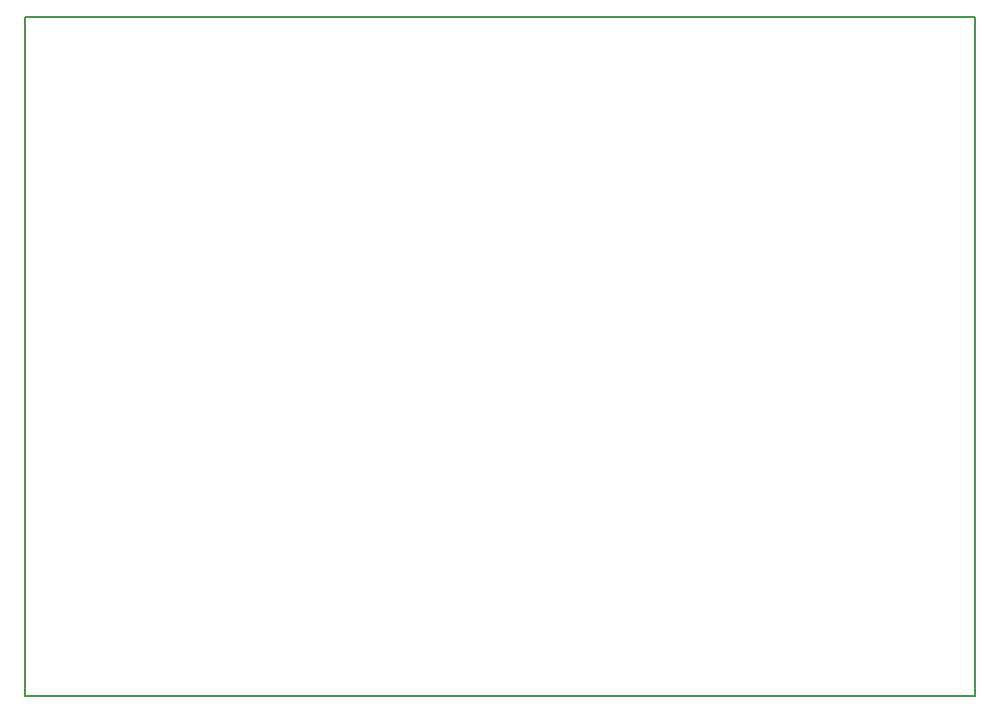
<source format=gbr>
%FSLAX23Y23*%
%MOIN*%
G04 EasyPC Gerber Version 17.0 Build 3379 *
%ADD10C,0.00500*%
X0Y0D02*
D02*
D10*
X3Y15D02*
X3170D01*
Y2278*
X3*
Y15*
X0Y0D02*
M02*

</source>
